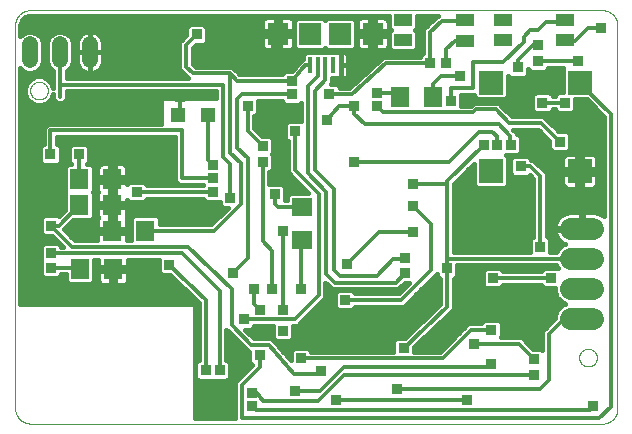
<source format=gbl>
G75*
%MOIN*%
%OFA0B0*%
%FSLAX25Y25*%
%IPPOS*%
%LPD*%
%AMOC8*
5,1,8,0,0,1.08239X$1,22.5*
%
%ADD10C,0.00000*%
%ADD11R,0.06299X0.07087*%
%ADD12R,0.01378X0.05512*%
%ADD13R,0.07087X0.07480*%
%ADD14R,0.07480X0.07480*%
%ADD15R,0.05000X0.05000*%
%ADD16R,0.08000X0.08000*%
%ADD17C,0.05200*%
%ADD18R,0.06000X0.04000*%
%ADD19R,0.07087X0.06299*%
%ADD20C,0.07400*%
%ADD21C,0.01600*%
%ADD22C,0.00800*%
%ADD23C,0.01200*%
%ADD24R,0.03562X0.03562*%
D10*
X0012311Y0006800D02*
X0202587Y0006800D01*
X0202727Y0006802D01*
X0202867Y0006808D01*
X0203007Y0006818D01*
X0203147Y0006831D01*
X0203286Y0006849D01*
X0203425Y0006871D01*
X0203562Y0006896D01*
X0203700Y0006925D01*
X0203836Y0006958D01*
X0203971Y0006995D01*
X0204105Y0007036D01*
X0204238Y0007081D01*
X0204370Y0007129D01*
X0204500Y0007181D01*
X0204629Y0007236D01*
X0204756Y0007295D01*
X0204882Y0007358D01*
X0205006Y0007424D01*
X0205127Y0007493D01*
X0205247Y0007566D01*
X0205365Y0007643D01*
X0205480Y0007722D01*
X0205594Y0007805D01*
X0205704Y0007891D01*
X0205813Y0007980D01*
X0205919Y0008072D01*
X0206022Y0008167D01*
X0206123Y0008264D01*
X0206220Y0008365D01*
X0206315Y0008468D01*
X0206407Y0008574D01*
X0206496Y0008683D01*
X0206582Y0008793D01*
X0206665Y0008907D01*
X0206744Y0009022D01*
X0206821Y0009140D01*
X0206894Y0009260D01*
X0206963Y0009381D01*
X0207029Y0009505D01*
X0207092Y0009631D01*
X0207151Y0009758D01*
X0207206Y0009887D01*
X0207258Y0010017D01*
X0207306Y0010149D01*
X0207351Y0010282D01*
X0207392Y0010416D01*
X0207429Y0010551D01*
X0207462Y0010687D01*
X0207491Y0010825D01*
X0207516Y0010962D01*
X0207538Y0011101D01*
X0207556Y0011240D01*
X0207569Y0011380D01*
X0207579Y0011520D01*
X0207585Y0011660D01*
X0207587Y0011800D01*
X0207587Y0139595D01*
X0207585Y0139735D01*
X0207579Y0139875D01*
X0207569Y0140015D01*
X0207556Y0140155D01*
X0207538Y0140294D01*
X0207516Y0140433D01*
X0207491Y0140570D01*
X0207462Y0140708D01*
X0207429Y0140844D01*
X0207392Y0140979D01*
X0207351Y0141113D01*
X0207306Y0141246D01*
X0207258Y0141378D01*
X0207206Y0141508D01*
X0207151Y0141637D01*
X0207092Y0141764D01*
X0207029Y0141890D01*
X0206963Y0142014D01*
X0206894Y0142135D01*
X0206821Y0142255D01*
X0206744Y0142373D01*
X0206665Y0142488D01*
X0206582Y0142602D01*
X0206496Y0142712D01*
X0206407Y0142821D01*
X0206315Y0142927D01*
X0206220Y0143030D01*
X0206123Y0143131D01*
X0206022Y0143228D01*
X0205919Y0143323D01*
X0205813Y0143415D01*
X0205704Y0143504D01*
X0205594Y0143590D01*
X0205480Y0143673D01*
X0205365Y0143752D01*
X0205247Y0143829D01*
X0205127Y0143902D01*
X0205006Y0143971D01*
X0204882Y0144037D01*
X0204756Y0144100D01*
X0204629Y0144159D01*
X0204500Y0144214D01*
X0204370Y0144266D01*
X0204238Y0144314D01*
X0204105Y0144359D01*
X0203971Y0144400D01*
X0203836Y0144437D01*
X0203700Y0144470D01*
X0203562Y0144499D01*
X0203425Y0144524D01*
X0203286Y0144546D01*
X0203147Y0144564D01*
X0203007Y0144577D01*
X0202867Y0144587D01*
X0202727Y0144593D01*
X0202587Y0144595D01*
X0011819Y0144595D01*
X0011678Y0144593D01*
X0011538Y0144588D01*
X0011397Y0144578D01*
X0011257Y0144564D01*
X0011117Y0144547D01*
X0010978Y0144526D01*
X0010839Y0144500D01*
X0010702Y0144471D01*
X0010565Y0144438D01*
X0010429Y0144401D01*
X0010294Y0144360D01*
X0010160Y0144316D01*
X0010028Y0144268D01*
X0009897Y0144216D01*
X0009768Y0144160D01*
X0009640Y0144101D01*
X0009514Y0144038D01*
X0009389Y0143972D01*
X0009267Y0143902D01*
X0009147Y0143829D01*
X0009029Y0143752D01*
X0008913Y0143673D01*
X0008799Y0143590D01*
X0008687Y0143503D01*
X0008578Y0143414D01*
X0008472Y0143322D01*
X0008368Y0143226D01*
X0008267Y0143128D01*
X0008169Y0143027D01*
X0008074Y0142924D01*
X0007982Y0142817D01*
X0007892Y0142708D01*
X0007806Y0142597D01*
X0007723Y0142483D01*
X0007643Y0142367D01*
X0007567Y0142249D01*
X0007493Y0142129D01*
X0007424Y0142006D01*
X0007357Y0141882D01*
X0007294Y0141756D01*
X0007235Y0141628D01*
X0007180Y0141499D01*
X0007128Y0141368D01*
X0007079Y0141236D01*
X0007035Y0141102D01*
X0006994Y0140967D01*
X0006957Y0140831D01*
X0006924Y0140694D01*
X0006895Y0140557D01*
X0006870Y0140418D01*
X0006848Y0140279D01*
X0006831Y0140139D01*
X0006817Y0139999D01*
X0006807Y0139858D01*
X0006802Y0139718D01*
X0006800Y0139577D01*
X0006800Y0011780D01*
X0006810Y0011636D01*
X0006823Y0011492D01*
X0006841Y0011348D01*
X0006862Y0011205D01*
X0006888Y0011063D01*
X0006917Y0010921D01*
X0006950Y0010780D01*
X0006987Y0010641D01*
X0007028Y0010502D01*
X0007073Y0010364D01*
X0007121Y0010228D01*
X0007173Y0010093D01*
X0007229Y0009959D01*
X0007289Y0009828D01*
X0007352Y0009697D01*
X0007418Y0009569D01*
X0007488Y0009442D01*
X0007562Y0009318D01*
X0007639Y0009195D01*
X0007719Y0009075D01*
X0007803Y0008957D01*
X0007890Y0008841D01*
X0007980Y0008728D01*
X0008073Y0008617D01*
X0008169Y0008509D01*
X0008268Y0008404D01*
X0008370Y0008301D01*
X0008474Y0008201D01*
X0008581Y0008104D01*
X0008691Y0008010D01*
X0008804Y0007919D01*
X0008919Y0007831D01*
X0009036Y0007747D01*
X0009156Y0007665D01*
X0009278Y0007587D01*
X0009402Y0007512D01*
X0009527Y0007441D01*
X0009655Y0007373D01*
X0009785Y0007309D01*
X0009916Y0007249D01*
X0010049Y0007192D01*
X0010184Y0007138D01*
X0010320Y0007089D01*
X0010457Y0007043D01*
X0010595Y0007001D01*
X0010735Y0006963D01*
X0010875Y0006928D01*
X0011017Y0006898D01*
X0011159Y0006871D01*
X0011302Y0006848D01*
X0011445Y0006830D01*
X0011589Y0006815D01*
X0011733Y0006804D01*
X0011878Y0006797D01*
X0012022Y0006794D01*
X0012167Y0006795D01*
X0012312Y0006800D01*
X0194847Y0028800D02*
X0194849Y0028908D01*
X0194855Y0029017D01*
X0194865Y0029125D01*
X0194879Y0029232D01*
X0194897Y0029339D01*
X0194918Y0029446D01*
X0194944Y0029551D01*
X0194974Y0029656D01*
X0195007Y0029759D01*
X0195044Y0029861D01*
X0195085Y0029961D01*
X0195129Y0030060D01*
X0195178Y0030158D01*
X0195229Y0030253D01*
X0195284Y0030346D01*
X0195343Y0030438D01*
X0195405Y0030527D01*
X0195470Y0030614D01*
X0195538Y0030698D01*
X0195609Y0030780D01*
X0195683Y0030859D01*
X0195760Y0030935D01*
X0195840Y0031009D01*
X0195923Y0031079D01*
X0196008Y0031147D01*
X0196095Y0031211D01*
X0196185Y0031272D01*
X0196277Y0031330D01*
X0196371Y0031384D01*
X0196467Y0031435D01*
X0196564Y0031482D01*
X0196664Y0031526D01*
X0196765Y0031566D01*
X0196867Y0031602D01*
X0196970Y0031634D01*
X0197075Y0031663D01*
X0197181Y0031687D01*
X0197287Y0031708D01*
X0197394Y0031725D01*
X0197502Y0031738D01*
X0197610Y0031747D01*
X0197719Y0031752D01*
X0197827Y0031753D01*
X0197936Y0031750D01*
X0198044Y0031743D01*
X0198152Y0031732D01*
X0198259Y0031717D01*
X0198366Y0031698D01*
X0198472Y0031675D01*
X0198577Y0031649D01*
X0198682Y0031618D01*
X0198784Y0031584D01*
X0198886Y0031546D01*
X0198986Y0031504D01*
X0199085Y0031459D01*
X0199182Y0031410D01*
X0199276Y0031357D01*
X0199369Y0031301D01*
X0199460Y0031242D01*
X0199549Y0031179D01*
X0199635Y0031114D01*
X0199719Y0031045D01*
X0199800Y0030973D01*
X0199878Y0030898D01*
X0199954Y0030820D01*
X0200027Y0030739D01*
X0200097Y0030656D01*
X0200163Y0030571D01*
X0200227Y0030483D01*
X0200287Y0030392D01*
X0200344Y0030300D01*
X0200397Y0030205D01*
X0200447Y0030109D01*
X0200493Y0030011D01*
X0200536Y0029911D01*
X0200575Y0029810D01*
X0200610Y0029707D01*
X0200642Y0029604D01*
X0200669Y0029499D01*
X0200693Y0029393D01*
X0200713Y0029286D01*
X0200729Y0029179D01*
X0200741Y0029071D01*
X0200749Y0028963D01*
X0200753Y0028854D01*
X0200753Y0028746D01*
X0200749Y0028637D01*
X0200741Y0028529D01*
X0200729Y0028421D01*
X0200713Y0028314D01*
X0200693Y0028207D01*
X0200669Y0028101D01*
X0200642Y0027996D01*
X0200610Y0027893D01*
X0200575Y0027790D01*
X0200536Y0027689D01*
X0200493Y0027589D01*
X0200447Y0027491D01*
X0200397Y0027395D01*
X0200344Y0027300D01*
X0200287Y0027208D01*
X0200227Y0027117D01*
X0200163Y0027029D01*
X0200097Y0026944D01*
X0200027Y0026861D01*
X0199954Y0026780D01*
X0199878Y0026702D01*
X0199800Y0026627D01*
X0199719Y0026555D01*
X0199635Y0026486D01*
X0199549Y0026421D01*
X0199460Y0026358D01*
X0199369Y0026299D01*
X0199277Y0026243D01*
X0199182Y0026190D01*
X0199085Y0026141D01*
X0198986Y0026096D01*
X0198886Y0026054D01*
X0198784Y0026016D01*
X0198682Y0025982D01*
X0198577Y0025951D01*
X0198472Y0025925D01*
X0198366Y0025902D01*
X0198259Y0025883D01*
X0198152Y0025868D01*
X0198044Y0025857D01*
X0197936Y0025850D01*
X0197827Y0025847D01*
X0197719Y0025848D01*
X0197610Y0025853D01*
X0197502Y0025862D01*
X0197394Y0025875D01*
X0197287Y0025892D01*
X0197181Y0025913D01*
X0197075Y0025937D01*
X0196970Y0025966D01*
X0196867Y0025998D01*
X0196765Y0026034D01*
X0196664Y0026074D01*
X0196564Y0026118D01*
X0196467Y0026165D01*
X0196371Y0026216D01*
X0196277Y0026270D01*
X0196185Y0026328D01*
X0196095Y0026389D01*
X0196008Y0026453D01*
X0195923Y0026521D01*
X0195840Y0026591D01*
X0195760Y0026665D01*
X0195683Y0026741D01*
X0195609Y0026820D01*
X0195538Y0026902D01*
X0195470Y0026986D01*
X0195405Y0027073D01*
X0195343Y0027162D01*
X0195284Y0027254D01*
X0195229Y0027347D01*
X0195178Y0027442D01*
X0195129Y0027540D01*
X0195085Y0027639D01*
X0195044Y0027739D01*
X0195007Y0027841D01*
X0194974Y0027944D01*
X0194944Y0028049D01*
X0194918Y0028154D01*
X0194897Y0028261D01*
X0194879Y0028368D01*
X0194865Y0028475D01*
X0194855Y0028583D01*
X0194849Y0028692D01*
X0194847Y0028800D01*
X0011847Y0117800D02*
X0011849Y0117908D01*
X0011855Y0118017D01*
X0011865Y0118125D01*
X0011879Y0118232D01*
X0011897Y0118339D01*
X0011918Y0118446D01*
X0011944Y0118551D01*
X0011974Y0118656D01*
X0012007Y0118759D01*
X0012044Y0118861D01*
X0012085Y0118961D01*
X0012129Y0119060D01*
X0012178Y0119158D01*
X0012229Y0119253D01*
X0012284Y0119346D01*
X0012343Y0119438D01*
X0012405Y0119527D01*
X0012470Y0119614D01*
X0012538Y0119698D01*
X0012609Y0119780D01*
X0012683Y0119859D01*
X0012760Y0119935D01*
X0012840Y0120009D01*
X0012923Y0120079D01*
X0013008Y0120147D01*
X0013095Y0120211D01*
X0013185Y0120272D01*
X0013277Y0120330D01*
X0013371Y0120384D01*
X0013467Y0120435D01*
X0013564Y0120482D01*
X0013664Y0120526D01*
X0013765Y0120566D01*
X0013867Y0120602D01*
X0013970Y0120634D01*
X0014075Y0120663D01*
X0014181Y0120687D01*
X0014287Y0120708D01*
X0014394Y0120725D01*
X0014502Y0120738D01*
X0014610Y0120747D01*
X0014719Y0120752D01*
X0014827Y0120753D01*
X0014936Y0120750D01*
X0015044Y0120743D01*
X0015152Y0120732D01*
X0015259Y0120717D01*
X0015366Y0120698D01*
X0015472Y0120675D01*
X0015577Y0120649D01*
X0015682Y0120618D01*
X0015784Y0120584D01*
X0015886Y0120546D01*
X0015986Y0120504D01*
X0016085Y0120459D01*
X0016182Y0120410D01*
X0016276Y0120357D01*
X0016369Y0120301D01*
X0016460Y0120242D01*
X0016549Y0120179D01*
X0016635Y0120114D01*
X0016719Y0120045D01*
X0016800Y0119973D01*
X0016878Y0119898D01*
X0016954Y0119820D01*
X0017027Y0119739D01*
X0017097Y0119656D01*
X0017163Y0119571D01*
X0017227Y0119483D01*
X0017287Y0119392D01*
X0017344Y0119300D01*
X0017397Y0119205D01*
X0017447Y0119109D01*
X0017493Y0119011D01*
X0017536Y0118911D01*
X0017575Y0118810D01*
X0017610Y0118707D01*
X0017642Y0118604D01*
X0017669Y0118499D01*
X0017693Y0118393D01*
X0017713Y0118286D01*
X0017729Y0118179D01*
X0017741Y0118071D01*
X0017749Y0117963D01*
X0017753Y0117854D01*
X0017753Y0117746D01*
X0017749Y0117637D01*
X0017741Y0117529D01*
X0017729Y0117421D01*
X0017713Y0117314D01*
X0017693Y0117207D01*
X0017669Y0117101D01*
X0017642Y0116996D01*
X0017610Y0116893D01*
X0017575Y0116790D01*
X0017536Y0116689D01*
X0017493Y0116589D01*
X0017447Y0116491D01*
X0017397Y0116395D01*
X0017344Y0116300D01*
X0017287Y0116208D01*
X0017227Y0116117D01*
X0017163Y0116029D01*
X0017097Y0115944D01*
X0017027Y0115861D01*
X0016954Y0115780D01*
X0016878Y0115702D01*
X0016800Y0115627D01*
X0016719Y0115555D01*
X0016635Y0115486D01*
X0016549Y0115421D01*
X0016460Y0115358D01*
X0016369Y0115299D01*
X0016277Y0115243D01*
X0016182Y0115190D01*
X0016085Y0115141D01*
X0015986Y0115096D01*
X0015886Y0115054D01*
X0015784Y0115016D01*
X0015682Y0114982D01*
X0015577Y0114951D01*
X0015472Y0114925D01*
X0015366Y0114902D01*
X0015259Y0114883D01*
X0015152Y0114868D01*
X0015044Y0114857D01*
X0014936Y0114850D01*
X0014827Y0114847D01*
X0014719Y0114848D01*
X0014610Y0114853D01*
X0014502Y0114862D01*
X0014394Y0114875D01*
X0014287Y0114892D01*
X0014181Y0114913D01*
X0014075Y0114937D01*
X0013970Y0114966D01*
X0013867Y0114998D01*
X0013765Y0115034D01*
X0013664Y0115074D01*
X0013564Y0115118D01*
X0013467Y0115165D01*
X0013371Y0115216D01*
X0013277Y0115270D01*
X0013185Y0115328D01*
X0013095Y0115389D01*
X0013008Y0115453D01*
X0012923Y0115521D01*
X0012840Y0115591D01*
X0012760Y0115665D01*
X0012683Y0115741D01*
X0012609Y0115820D01*
X0012538Y0115902D01*
X0012470Y0115986D01*
X0012405Y0116073D01*
X0012343Y0116162D01*
X0012284Y0116254D01*
X0012229Y0116347D01*
X0012178Y0116442D01*
X0012129Y0116540D01*
X0012085Y0116639D01*
X0012044Y0116739D01*
X0012007Y0116841D01*
X0011974Y0116944D01*
X0011944Y0117049D01*
X0011918Y0117154D01*
X0011897Y0117261D01*
X0011879Y0117368D01*
X0011865Y0117475D01*
X0011855Y0117583D01*
X0011849Y0117692D01*
X0011847Y0117800D01*
D11*
X0028188Y0088257D03*
X0039212Y0088257D03*
X0039212Y0079698D03*
X0039188Y0071055D03*
X0050212Y0071055D03*
X0039462Y0058350D03*
X0028438Y0058350D03*
X0028188Y0079698D03*
X0135038Y0115800D03*
X0146062Y0115800D03*
D12*
X0115343Y0126288D03*
X0112784Y0126288D03*
X0110225Y0126288D03*
X0107666Y0126288D03*
X0105107Y0126288D03*
D13*
X0094477Y0136721D03*
X0125973Y0136721D03*
D14*
X0115225Y0136721D03*
X0105225Y0136721D03*
D15*
X0071272Y0109571D03*
X0061272Y0109571D03*
D16*
X0165535Y0120500D03*
X0195063Y0120500D03*
X0195063Y0090972D03*
X0165535Y0090972D03*
D17*
X0031757Y0128011D02*
X0031757Y0133211D01*
X0021757Y0133211D02*
X0021757Y0128011D01*
X0011757Y0128011D02*
X0011757Y0133211D01*
D18*
X0136138Y0134590D03*
X0136138Y0141190D03*
X0156938Y0141190D03*
X0156938Y0134490D03*
X0169302Y0134840D03*
X0169302Y0141440D03*
X0190102Y0141440D03*
X0190102Y0134740D03*
D19*
X0102515Y0079013D03*
X0102515Y0067989D03*
D20*
X0192100Y0071800D02*
X0199500Y0071800D01*
X0199500Y0061800D02*
X0192100Y0061800D01*
X0192100Y0051800D02*
X0199500Y0051800D01*
X0199500Y0041800D02*
X0192100Y0041800D01*
D21*
X0186773Y0041922D02*
X0183878Y0039027D01*
X0182573Y0037722D01*
X0182573Y0031390D01*
X0182255Y0031708D01*
X0179541Y0031708D01*
X0175722Y0035527D01*
X0168890Y0035527D01*
X0168958Y0035595D01*
X0168958Y0040505D01*
X0168005Y0041458D01*
X0163095Y0041458D01*
X0162142Y0040505D01*
X0162142Y0040277D01*
X0157878Y0040277D01*
X0148378Y0030777D01*
X0139708Y0030777D01*
X0139708Y0032213D01*
X0151688Y0043573D01*
X0151722Y0043573D01*
X0152354Y0044204D01*
X0153002Y0044819D01*
X0153002Y0044853D01*
X0153027Y0044878D01*
X0153027Y0045770D01*
X0153050Y0046663D01*
X0153027Y0046688D01*
X0153027Y0055142D01*
X0153255Y0055142D01*
X0154208Y0056095D01*
X0154208Y0059573D01*
X0187257Y0059573D01*
X0187584Y0058783D01*
X0187659Y0058708D01*
X0183095Y0058708D01*
X0182142Y0057755D01*
X0182142Y0057527D01*
X0169458Y0057527D01*
X0169458Y0057755D01*
X0168505Y0058708D01*
X0163595Y0058708D01*
X0162642Y0057755D01*
X0162642Y0052845D01*
X0163595Y0051892D01*
X0168505Y0051892D01*
X0169458Y0052845D01*
X0169458Y0053073D01*
X0182142Y0053073D01*
X0182142Y0052845D01*
X0183095Y0051892D01*
X0186773Y0051892D01*
X0186773Y0050740D01*
X0187584Y0048783D01*
X0189083Y0047284D01*
X0190252Y0046800D01*
X0189083Y0046316D01*
X0187584Y0044817D01*
X0186773Y0042860D01*
X0186773Y0041922D01*
X0186773Y0041967D02*
X0149994Y0041967D01*
X0148309Y0040369D02*
X0162142Y0040369D01*
X0168958Y0040369D02*
X0185220Y0040369D01*
X0183621Y0038770D02*
X0168958Y0038770D01*
X0168958Y0037172D02*
X0182573Y0037172D01*
X0182573Y0035573D02*
X0168936Y0035573D01*
X0177274Y0033975D02*
X0182573Y0033975D01*
X0182573Y0032376D02*
X0178873Y0032376D01*
X0187066Y0043566D02*
X0151680Y0043566D01*
X0153027Y0045164D02*
X0187931Y0045164D01*
X0190162Y0046763D02*
X0153027Y0046763D01*
X0153027Y0048361D02*
X0188005Y0048361D01*
X0187097Y0049960D02*
X0153027Y0049960D01*
X0153027Y0051558D02*
X0186773Y0051558D01*
X0182340Y0057952D02*
X0169260Y0057952D01*
X0162840Y0057952D02*
X0154208Y0057952D01*
X0154208Y0056354D02*
X0162642Y0056354D01*
X0162642Y0054755D02*
X0153027Y0054755D01*
X0153027Y0053157D02*
X0162642Y0053157D01*
X0154208Y0059551D02*
X0187266Y0059551D01*
X0187257Y0064027D02*
X0185208Y0064027D01*
X0185208Y0068255D01*
X0184255Y0069208D01*
X0184027Y0069208D01*
X0184027Y0090222D01*
X0182722Y0091527D01*
X0179472Y0094777D01*
X0178708Y0094777D01*
X0178708Y0095005D01*
X0177755Y0095958D01*
X0172845Y0095958D01*
X0171892Y0095005D01*
X0171892Y0090095D01*
X0172845Y0089142D01*
X0177755Y0089142D01*
X0178282Y0089669D01*
X0179573Y0088378D01*
X0179573Y0069208D01*
X0179345Y0069208D01*
X0178392Y0068255D01*
X0178392Y0064027D01*
X0153027Y0064027D01*
X0153027Y0086628D01*
X0159909Y0093510D01*
X0159909Y0086299D01*
X0160862Y0085346D01*
X0170209Y0085346D01*
X0171162Y0086299D01*
X0171162Y0095646D01*
X0170416Y0096392D01*
X0174505Y0096392D01*
X0175458Y0097345D01*
X0175458Y0102255D01*
X0174505Y0103208D01*
X0174027Y0103208D01*
X0174027Y0103722D01*
X0173951Y0103798D01*
X0173942Y0103904D01*
X0173309Y0104440D01*
X0172926Y0104823D01*
X0181128Y0104823D01*
X0184892Y0101059D01*
X0184892Y0098345D01*
X0185845Y0097392D01*
X0190755Y0097392D01*
X0191708Y0098345D01*
X0191708Y0103255D01*
X0190755Y0104208D01*
X0188041Y0104208D01*
X0184277Y0107972D01*
X0182972Y0109277D01*
X0172472Y0109277D01*
X0169277Y0112472D01*
X0167972Y0113777D01*
X0159628Y0113777D01*
X0158628Y0112777D01*
X0155458Y0112777D01*
X0155458Y0116323D01*
X0159909Y0116323D01*
X0159909Y0115826D01*
X0160862Y0114873D01*
X0170209Y0114873D01*
X0171162Y0115826D01*
X0171162Y0122825D01*
X0171845Y0122142D01*
X0176755Y0122142D01*
X0177708Y0123095D01*
X0177708Y0125029D01*
X0178595Y0124142D01*
X0183505Y0124142D01*
X0184458Y0125095D01*
X0184458Y0125323D01*
X0189586Y0125323D01*
X0189436Y0125174D01*
X0189436Y0117208D01*
X0187595Y0117208D01*
X0186642Y0116255D01*
X0186642Y0116027D01*
X0185958Y0116027D01*
X0185958Y0116255D01*
X0185005Y0117208D01*
X0180095Y0117208D01*
X0179142Y0116255D01*
X0179142Y0111345D01*
X0180095Y0110392D01*
X0185005Y0110392D01*
X0185958Y0111345D01*
X0185958Y0111573D01*
X0186642Y0111573D01*
X0186642Y0111345D01*
X0187595Y0110392D01*
X0192505Y0110392D01*
X0193458Y0111345D01*
X0193458Y0114873D01*
X0197341Y0114873D01*
X0203073Y0109141D01*
X0203073Y0076002D01*
X0202383Y0076504D01*
X0201611Y0076897D01*
X0200788Y0077165D01*
X0199933Y0077300D01*
X0196100Y0077300D01*
X0196100Y0072100D01*
X0195500Y0072100D01*
X0195500Y0077300D01*
X0191667Y0077300D01*
X0190812Y0077165D01*
X0189989Y0076897D01*
X0189217Y0076504D01*
X0188517Y0075995D01*
X0187905Y0075383D01*
X0187396Y0074683D01*
X0187003Y0073911D01*
X0186735Y0073088D01*
X0186600Y0072233D01*
X0186600Y0072100D01*
X0195500Y0072100D01*
X0195500Y0071500D01*
X0186600Y0071500D01*
X0186600Y0071367D01*
X0186735Y0070512D01*
X0187003Y0069689D01*
X0187396Y0068917D01*
X0187905Y0068217D01*
X0188517Y0067605D01*
X0189217Y0067096D01*
X0189989Y0066703D01*
X0190005Y0066698D01*
X0189083Y0066316D01*
X0187584Y0064817D01*
X0187257Y0064027D01*
X0187389Y0064346D02*
X0185208Y0064346D01*
X0185208Y0065945D02*
X0188712Y0065945D01*
X0188602Y0067543D02*
X0185208Y0067543D01*
X0184321Y0069142D02*
X0187282Y0069142D01*
X0186699Y0070740D02*
X0184027Y0070740D01*
X0184027Y0072339D02*
X0186617Y0072339D01*
X0187016Y0073937D02*
X0184027Y0073937D01*
X0184027Y0075536D02*
X0188058Y0075536D01*
X0190720Y0077134D02*
X0184027Y0077134D01*
X0184027Y0078733D02*
X0203073Y0078733D01*
X0203073Y0077134D02*
X0200880Y0077134D01*
X0196100Y0077134D02*
X0195500Y0077134D01*
X0195500Y0075536D02*
X0196100Y0075536D01*
X0196100Y0073937D02*
X0195500Y0073937D01*
X0195500Y0072339D02*
X0196100Y0072339D01*
X0203073Y0080332D02*
X0184027Y0080332D01*
X0184027Y0081930D02*
X0203073Y0081930D01*
X0203073Y0083529D02*
X0184027Y0083529D01*
X0184027Y0085127D02*
X0203073Y0085127D01*
X0203073Y0086726D02*
X0200860Y0086726D01*
X0200863Y0086735D02*
X0200863Y0090172D01*
X0195863Y0090172D01*
X0195863Y0085172D01*
X0199300Y0085172D01*
X0199758Y0085295D01*
X0200168Y0085532D01*
X0200503Y0085867D01*
X0200740Y0086278D01*
X0200863Y0086735D01*
X0200863Y0088324D02*
X0203073Y0088324D01*
X0203073Y0089923D02*
X0200863Y0089923D01*
X0200863Y0091772D02*
X0195863Y0091772D01*
X0195863Y0090172D01*
X0194263Y0090172D01*
X0194263Y0085172D01*
X0190826Y0085172D01*
X0190368Y0085295D01*
X0189958Y0085532D01*
X0189623Y0085867D01*
X0189386Y0086278D01*
X0189263Y0086735D01*
X0189263Y0090172D01*
X0194263Y0090172D01*
X0194263Y0091772D01*
X0189263Y0091772D01*
X0189263Y0095209D01*
X0189386Y0095667D01*
X0189623Y0096078D01*
X0189958Y0096413D01*
X0190368Y0096650D01*
X0190826Y0096772D01*
X0194263Y0096772D01*
X0194263Y0091772D01*
X0195863Y0091772D01*
X0195863Y0096772D01*
X0199300Y0096772D01*
X0199758Y0096650D01*
X0200168Y0096413D01*
X0200503Y0096078D01*
X0200740Y0095667D01*
X0200863Y0095209D01*
X0200863Y0091772D01*
X0200863Y0093120D02*
X0203073Y0093120D01*
X0203073Y0094718D02*
X0200863Y0094718D01*
X0200264Y0096317D02*
X0203073Y0096317D01*
X0203073Y0097915D02*
X0191278Y0097915D01*
X0191708Y0099514D02*
X0203073Y0099514D01*
X0203073Y0101112D02*
X0191708Y0101112D01*
X0191708Y0102711D02*
X0203073Y0102711D01*
X0203073Y0104309D02*
X0187940Y0104309D01*
X0186341Y0105908D02*
X0203073Y0105908D01*
X0203073Y0107506D02*
X0184743Y0107506D01*
X0183144Y0109105D02*
X0203073Y0109105D01*
X0201511Y0110703D02*
X0192816Y0110703D01*
X0193458Y0112302D02*
X0199912Y0112302D01*
X0198314Y0113900D02*
X0193458Y0113900D01*
X0189436Y0118696D02*
X0171162Y0118696D01*
X0171162Y0120294D02*
X0189436Y0120294D01*
X0189436Y0121893D02*
X0171162Y0121893D01*
X0171162Y0117097D02*
X0179984Y0117097D01*
X0179142Y0115499D02*
X0170835Y0115499D01*
X0169447Y0112302D02*
X0179142Y0112302D01*
X0179142Y0113900D02*
X0155458Y0113900D01*
X0155458Y0115499D02*
X0160236Y0115499D01*
X0171046Y0110703D02*
X0179784Y0110703D01*
X0185316Y0110703D02*
X0187284Y0110703D01*
X0187484Y0117097D02*
X0185116Y0117097D01*
X0189436Y0123491D02*
X0177708Y0123491D01*
X0184453Y0125090D02*
X0189436Y0125090D01*
X0181642Y0104309D02*
X0173464Y0104309D01*
X0175002Y0102711D02*
X0183240Y0102711D01*
X0184839Y0101112D02*
X0175458Y0101112D01*
X0175458Y0099514D02*
X0184892Y0099514D01*
X0185322Y0097915D02*
X0175458Y0097915D01*
X0171892Y0094718D02*
X0171162Y0094718D01*
X0171162Y0093120D02*
X0171892Y0093120D01*
X0171892Y0091521D02*
X0171162Y0091521D01*
X0171162Y0089923D02*
X0172065Y0089923D01*
X0171162Y0088324D02*
X0179573Y0088324D01*
X0179573Y0086726D02*
X0171162Y0086726D01*
X0179573Y0085127D02*
X0153027Y0085127D01*
X0153027Y0083529D02*
X0179573Y0083529D01*
X0179573Y0081930D02*
X0153027Y0081930D01*
X0153027Y0080332D02*
X0179573Y0080332D01*
X0179573Y0078733D02*
X0153027Y0078733D01*
X0153027Y0077134D02*
X0179573Y0077134D01*
X0179573Y0075536D02*
X0153027Y0075536D01*
X0153027Y0073937D02*
X0179573Y0073937D01*
X0179573Y0072339D02*
X0153027Y0072339D01*
X0153027Y0070740D02*
X0179573Y0070740D01*
X0179279Y0069142D02*
X0153027Y0069142D01*
X0153027Y0067543D02*
X0178392Y0067543D01*
X0178392Y0065945D02*
X0153027Y0065945D01*
X0153027Y0064346D02*
X0178392Y0064346D01*
X0148573Y0055142D02*
X0148573Y0046757D01*
X0136658Y0035458D01*
X0133845Y0035458D01*
X0132892Y0034505D01*
X0132892Y0030777D01*
X0105458Y0030777D01*
X0105458Y0031005D01*
X0104505Y0031958D01*
X0099595Y0031958D01*
X0098642Y0031005D01*
X0098642Y0028017D01*
X0093527Y0033884D01*
X0093527Y0033972D01*
X0092928Y0034571D01*
X0092372Y0035209D01*
X0092285Y0035215D01*
X0092222Y0035277D01*
X0091376Y0035277D01*
X0090532Y0035335D01*
X0090466Y0035277D01*
X0086472Y0035277D01*
X0083607Y0038142D01*
X0085505Y0038142D01*
X0086458Y0039095D01*
X0086458Y0039323D01*
X0092642Y0039323D01*
X0092642Y0035345D01*
X0093595Y0034392D01*
X0098505Y0034392D01*
X0099458Y0035345D01*
X0099458Y0039323D01*
X0100972Y0039323D01*
X0102277Y0040628D01*
X0110277Y0048628D01*
X0110277Y0053674D01*
X0111073Y0052878D01*
X0112378Y0051573D01*
X0134583Y0051573D01*
X0136685Y0053676D01*
X0138026Y0053676D01*
X0134628Y0050277D01*
X0120208Y0050277D01*
X0120208Y0050505D01*
X0119255Y0051458D01*
X0114345Y0051458D01*
X0113392Y0050505D01*
X0113392Y0045595D01*
X0114345Y0044642D01*
X0119255Y0044642D01*
X0120208Y0045595D01*
X0120208Y0045823D01*
X0136472Y0045823D01*
X0137777Y0047128D01*
X0146472Y0055823D01*
X0146472Y0055823D01*
X0147392Y0056743D01*
X0147392Y0056095D01*
X0148345Y0055142D01*
X0148573Y0055142D01*
X0148573Y0054755D02*
X0145404Y0054755D01*
X0143806Y0053157D02*
X0148573Y0053157D01*
X0148573Y0051558D02*
X0142207Y0051558D01*
X0140609Y0049960D02*
X0148573Y0049960D01*
X0148573Y0048361D02*
X0139010Y0048361D01*
X0137777Y0047128D02*
X0137777Y0047128D01*
X0137412Y0046763D02*
X0148573Y0046763D01*
X0146893Y0045164D02*
X0119777Y0045164D01*
X0113823Y0045164D02*
X0106813Y0045164D01*
X0105215Y0043566D02*
X0145208Y0043566D01*
X0143522Y0041967D02*
X0103616Y0041967D01*
X0102018Y0040369D02*
X0141836Y0040369D01*
X0140151Y0038770D02*
X0099458Y0038770D01*
X0099458Y0037172D02*
X0138465Y0037172D01*
X0136779Y0035573D02*
X0099458Y0035573D01*
X0094842Y0032376D02*
X0132892Y0032376D01*
X0132892Y0030778D02*
X0105458Y0030778D01*
X0098642Y0030778D02*
X0096235Y0030778D01*
X0097629Y0029179D02*
X0098642Y0029179D01*
X0093524Y0033975D02*
X0132892Y0033975D01*
X0139880Y0032376D02*
X0149977Y0032376D01*
X0148379Y0030778D02*
X0139708Y0030778D01*
X0141566Y0033975D02*
X0151576Y0033975D01*
X0153174Y0035573D02*
X0143252Y0035573D01*
X0144937Y0037172D02*
X0154773Y0037172D01*
X0156371Y0038770D02*
X0146623Y0038770D01*
X0135909Y0051558D02*
X0110277Y0051558D01*
X0110277Y0049960D02*
X0113392Y0049960D01*
X0113392Y0048361D02*
X0110010Y0048361D01*
X0108412Y0046763D02*
X0113392Y0046763D01*
X0110794Y0053157D02*
X0110277Y0053157D01*
X0092642Y0038770D02*
X0086133Y0038770D01*
X0084577Y0037172D02*
X0092642Y0037172D01*
X0092642Y0035573D02*
X0086176Y0035573D01*
X0083075Y0032376D02*
X0077277Y0032376D01*
X0077277Y0030778D02*
X0084892Y0030778D01*
X0084892Y0030823D02*
X0084892Y0027345D01*
X0085794Y0026443D01*
X0080073Y0020722D01*
X0080073Y0008600D01*
X0066800Y0008600D01*
X0066800Y0046800D01*
X0008600Y0046800D01*
X0008600Y0125190D01*
X0009362Y0124428D01*
X0010916Y0123784D01*
X0012597Y0123784D01*
X0014151Y0124428D01*
X0015340Y0125617D01*
X0015983Y0127170D01*
X0015983Y0134052D01*
X0015340Y0135605D01*
X0014151Y0136794D01*
X0012597Y0137438D01*
X0010916Y0137438D01*
X0009362Y0136794D01*
X0008600Y0136032D01*
X0008600Y0138833D01*
X0008601Y0138835D01*
X0008600Y0139580D01*
X0008661Y0140208D01*
X0009140Y0141368D01*
X0010028Y0142255D01*
X0011188Y0142735D01*
X0011816Y0142795D01*
X0012561Y0142794D01*
X0012563Y0142795D01*
X0131511Y0142795D01*
X0131511Y0138516D01*
X0132138Y0137890D01*
X0131511Y0137264D01*
X0131511Y0131916D01*
X0132464Y0130963D01*
X0139812Y0130963D01*
X0140765Y0131916D01*
X0140765Y0137264D01*
X0140139Y0137890D01*
X0140765Y0138516D01*
X0140765Y0142795D01*
X0147646Y0142795D01*
X0147501Y0142650D01*
X0144169Y0139527D01*
X0144128Y0139527D01*
X0143501Y0138900D01*
X0142854Y0138294D01*
X0142853Y0138252D01*
X0142823Y0138222D01*
X0142823Y0137336D01*
X0142795Y0136450D01*
X0142823Y0136419D01*
X0142823Y0130458D01*
X0142595Y0130458D01*
X0141642Y0129505D01*
X0141642Y0129127D01*
X0130451Y0129127D01*
X0129581Y0129167D01*
X0129537Y0129127D01*
X0129478Y0129127D01*
X0128862Y0128511D01*
X0118187Y0118777D01*
X0114958Y0118777D01*
X0114958Y0119005D01*
X0114005Y0119958D01*
X0112107Y0119958D01*
X0112452Y0120303D01*
X0112452Y0121906D01*
X0113872Y0121906D01*
X0113960Y0121855D01*
X0114417Y0121732D01*
X0115343Y0121732D01*
X0115343Y0126288D01*
X0115343Y0126288D01*
X0115343Y0121732D01*
X0116269Y0121732D01*
X0116727Y0121855D01*
X0117137Y0122092D01*
X0117473Y0122427D01*
X0117710Y0122837D01*
X0117832Y0123295D01*
X0117832Y0126288D01*
X0115343Y0126288D01*
X0115343Y0130844D01*
X0114417Y0130844D01*
X0113960Y0130721D01*
X0113872Y0130671D01*
X0103744Y0130671D01*
X0102791Y0129718D01*
X0102791Y0128533D01*
X0102702Y0128534D01*
X0102631Y0128463D01*
X0102530Y0128456D01*
X0101983Y0127826D01*
X0101388Y0127240D01*
X0101387Y0127139D01*
X0099059Y0124458D01*
X0096595Y0124458D01*
X0095642Y0123505D01*
X0095642Y0123277D01*
X0081722Y0123277D01*
X0079222Y0125777D01*
X0066972Y0125777D01*
X0066027Y0126722D01*
X0066027Y0132128D01*
X0067041Y0133142D01*
X0069755Y0133142D01*
X0070708Y0134095D01*
X0070708Y0139005D01*
X0069755Y0139958D01*
X0064845Y0139958D01*
X0063892Y0139005D01*
X0063892Y0136291D01*
X0061573Y0133972D01*
X0061573Y0124878D01*
X0062878Y0123573D01*
X0063823Y0122628D01*
X0063823Y0122628D01*
X0064424Y0122027D01*
X0023983Y0122027D01*
X0023983Y0124358D01*
X0024151Y0124428D01*
X0025340Y0125617D01*
X0025983Y0127170D01*
X0025983Y0134052D01*
X0025340Y0135605D01*
X0024151Y0136794D01*
X0022597Y0137438D01*
X0020916Y0137438D01*
X0019362Y0136794D01*
X0018173Y0135605D01*
X0017530Y0134052D01*
X0017530Y0127170D01*
X0018173Y0125617D01*
X0019362Y0124428D01*
X0019530Y0124358D01*
X0019530Y0118800D01*
X0018829Y0120492D01*
X0017492Y0121829D01*
X0015745Y0122553D01*
X0013855Y0122553D01*
X0012108Y0121829D01*
X0010771Y0120492D01*
X0010047Y0118745D01*
X0010047Y0116855D01*
X0010771Y0115108D01*
X0012108Y0113771D01*
X0013855Y0113047D01*
X0015745Y0113047D01*
X0017492Y0113771D01*
X0018829Y0115108D01*
X0019530Y0116800D01*
X0019530Y0115856D01*
X0019520Y0114945D01*
X0019530Y0114935D01*
X0019530Y0114921D01*
X0020173Y0114278D01*
X0020810Y0113627D01*
X0020824Y0113627D01*
X0020834Y0113617D01*
X0021744Y0113617D01*
X0022655Y0113607D01*
X0022665Y0113617D01*
X0022679Y0113617D01*
X0023322Y0114260D01*
X0023973Y0114897D01*
X0023973Y0114911D01*
X0023983Y0114921D01*
X0023983Y0115831D01*
X0024003Y0117573D01*
X0073823Y0117573D01*
X0073823Y0115371D01*
X0055941Y0115371D01*
X0055472Y0114902D01*
X0055472Y0106777D01*
X0017628Y0106777D01*
X0016323Y0105472D01*
X0016323Y0099958D01*
X0016095Y0099958D01*
X0015142Y0099005D01*
X0015142Y0094095D01*
X0016095Y0093142D01*
X0021005Y0093142D01*
X0021958Y0094095D01*
X0021958Y0099005D01*
X0021005Y0099958D01*
X0020777Y0099958D01*
X0020777Y0102323D01*
X0060073Y0102323D01*
X0060073Y0087628D01*
X0061378Y0086323D01*
X0069392Y0086323D01*
X0069392Y0086277D01*
X0050708Y0086277D01*
X0050708Y0086505D01*
X0049755Y0087458D01*
X0044845Y0087458D01*
X0044161Y0086774D01*
X0044161Y0087482D01*
X0039987Y0087482D01*
X0039987Y0089031D01*
X0044161Y0089031D01*
X0044161Y0092037D01*
X0044039Y0092495D01*
X0043802Y0092905D01*
X0043467Y0093240D01*
X0043056Y0093477D01*
X0042598Y0093600D01*
X0039987Y0093600D01*
X0039987Y0089032D01*
X0038437Y0089032D01*
X0038437Y0093600D01*
X0035825Y0093600D01*
X0035367Y0093477D01*
X0034957Y0093240D01*
X0034622Y0092905D01*
X0034385Y0092495D01*
X0034262Y0092037D01*
X0034262Y0089031D01*
X0038437Y0089031D01*
X0038437Y0087482D01*
X0034262Y0087482D01*
X0034262Y0084476D01*
X0034385Y0084019D01*
X0034409Y0083977D01*
X0034385Y0083936D01*
X0034262Y0083478D01*
X0034262Y0080472D01*
X0038437Y0080472D01*
X0038437Y0078923D01*
X0034262Y0078923D01*
X0034262Y0075917D01*
X0034385Y0075460D01*
X0034421Y0075397D01*
X0034361Y0075293D01*
X0034239Y0074835D01*
X0034239Y0071830D01*
X0038413Y0071830D01*
X0038413Y0074354D01*
X0038437Y0074354D01*
X0038437Y0078923D01*
X0039987Y0078923D01*
X0039987Y0080472D01*
X0044161Y0080472D01*
X0044161Y0081326D01*
X0044845Y0080642D01*
X0049755Y0080642D01*
X0050708Y0081595D01*
X0050708Y0081823D01*
X0069392Y0081823D01*
X0069392Y0081595D01*
X0070345Y0080642D01*
X0074954Y0080642D01*
X0074954Y0079714D01*
X0075906Y0078761D01*
X0077612Y0078761D01*
X0072132Y0073281D01*
X0054988Y0073281D01*
X0054988Y0075272D01*
X0054035Y0076225D01*
X0046388Y0076225D01*
X0045435Y0075272D01*
X0045435Y0068027D01*
X0044138Y0068027D01*
X0044138Y0070280D01*
X0039963Y0070280D01*
X0039963Y0071830D01*
X0038413Y0071830D01*
X0038413Y0070280D01*
X0034239Y0070280D01*
X0034239Y0068027D01*
X0026722Y0068027D01*
X0023194Y0071555D01*
X0023517Y0071878D01*
X0026167Y0074528D01*
X0032012Y0074528D01*
X0032965Y0075480D01*
X0032965Y0083915D01*
X0032902Y0083977D01*
X0032965Y0084040D01*
X0032965Y0092474D01*
X0032012Y0093427D01*
X0030790Y0093427D01*
X0031458Y0094095D01*
X0031458Y0099005D01*
X0030505Y0099958D01*
X0025595Y0099958D01*
X0024642Y0099005D01*
X0024642Y0094095D01*
X0025310Y0093427D01*
X0024365Y0093427D01*
X0023412Y0092474D01*
X0023412Y0084040D01*
X0023474Y0083977D01*
X0023412Y0083915D01*
X0023412Y0078070D01*
X0021402Y0076061D01*
X0021255Y0076208D01*
X0016345Y0076208D01*
X0015392Y0075255D01*
X0015392Y0070345D01*
X0016345Y0069392D01*
X0019059Y0069392D01*
X0022674Y0065777D01*
X0022208Y0065777D01*
X0022208Y0066005D01*
X0021255Y0066958D01*
X0016345Y0066958D01*
X0015392Y0066005D01*
X0015392Y0056345D01*
X0016345Y0055392D01*
X0021255Y0055392D01*
X0022208Y0056345D01*
X0022208Y0056573D01*
X0023662Y0056573D01*
X0023662Y0054133D01*
X0024615Y0053180D01*
X0032262Y0053180D01*
X0033215Y0054133D01*
X0033215Y0061323D01*
X0034512Y0061323D01*
X0034512Y0059125D01*
X0038687Y0059125D01*
X0038687Y0057575D01*
X0040237Y0057575D01*
X0040237Y0059125D01*
X0044411Y0059125D01*
X0044411Y0061323D01*
X0054642Y0061323D01*
X0054642Y0057345D01*
X0055595Y0056392D01*
X0058386Y0056392D01*
X0068073Y0047100D01*
X0068073Y0027958D01*
X0067845Y0027958D01*
X0066892Y0027005D01*
X0066892Y0022095D01*
X0067845Y0021142D01*
X0077505Y0021142D01*
X0078458Y0022095D01*
X0078458Y0027005D01*
X0077505Y0027958D01*
X0077277Y0027958D01*
X0077277Y0038174D01*
X0078128Y0037323D01*
X0084628Y0030823D01*
X0084892Y0030823D01*
X0084892Y0029179D02*
X0077277Y0029179D01*
X0077882Y0027581D02*
X0084892Y0027581D01*
X0085333Y0025982D02*
X0078458Y0025982D01*
X0078458Y0024384D02*
X0083734Y0024384D01*
X0082136Y0022785D02*
X0078458Y0022785D01*
X0077549Y0021187D02*
X0080537Y0021187D01*
X0080073Y0019588D02*
X0066800Y0019588D01*
X0066800Y0017990D02*
X0080073Y0017990D01*
X0080073Y0016391D02*
X0066800Y0016391D01*
X0066800Y0014793D02*
X0080073Y0014793D01*
X0080073Y0013194D02*
X0066800Y0013194D01*
X0066800Y0011596D02*
X0080073Y0011596D01*
X0080073Y0009997D02*
X0066800Y0009997D01*
X0066800Y0021187D02*
X0067801Y0021187D01*
X0066892Y0022785D02*
X0066800Y0022785D01*
X0066800Y0024384D02*
X0066892Y0024384D01*
X0066892Y0025982D02*
X0066800Y0025982D01*
X0066800Y0027581D02*
X0067468Y0027581D01*
X0068073Y0029179D02*
X0066800Y0029179D01*
X0066800Y0030778D02*
X0068073Y0030778D01*
X0068073Y0032376D02*
X0066800Y0032376D01*
X0066800Y0033975D02*
X0068073Y0033975D01*
X0068073Y0035573D02*
X0066800Y0035573D01*
X0066800Y0037172D02*
X0068073Y0037172D01*
X0068073Y0038770D02*
X0066800Y0038770D01*
X0066800Y0040369D02*
X0068073Y0040369D01*
X0068073Y0041967D02*
X0066800Y0041967D01*
X0066800Y0043566D02*
X0068073Y0043566D01*
X0068073Y0045164D02*
X0066800Y0045164D01*
X0066800Y0046763D02*
X0068073Y0046763D01*
X0066759Y0048361D02*
X0008600Y0048361D01*
X0008600Y0049960D02*
X0065092Y0049960D01*
X0063426Y0051558D02*
X0008600Y0051558D01*
X0008600Y0053157D02*
X0035570Y0053157D01*
X0035617Y0053129D02*
X0036075Y0053007D01*
X0038687Y0053007D01*
X0038687Y0057575D01*
X0034512Y0057575D01*
X0034512Y0054570D01*
X0034635Y0054112D01*
X0034872Y0053701D01*
X0035207Y0053366D01*
X0035617Y0053129D01*
X0034512Y0054755D02*
X0033215Y0054755D01*
X0033215Y0056354D02*
X0034512Y0056354D01*
X0033215Y0057952D02*
X0038687Y0057952D01*
X0040237Y0057952D02*
X0054642Y0057952D01*
X0054642Y0059551D02*
X0044411Y0059551D01*
X0044411Y0061149D02*
X0054642Y0061149D01*
X0058426Y0056354D02*
X0044411Y0056354D01*
X0044411Y0057575D02*
X0044411Y0054570D01*
X0044289Y0054112D01*
X0044052Y0053701D01*
X0043717Y0053366D01*
X0043306Y0053129D01*
X0042848Y0053007D01*
X0040237Y0053007D01*
X0040237Y0057575D01*
X0044411Y0057575D01*
X0044411Y0054755D02*
X0060092Y0054755D01*
X0061759Y0053157D02*
X0043354Y0053157D01*
X0040237Y0053157D02*
X0038687Y0053157D01*
X0038687Y0054755D02*
X0040237Y0054755D01*
X0040237Y0056354D02*
X0038687Y0056354D01*
X0034512Y0059551D02*
X0033215Y0059551D01*
X0033215Y0061149D02*
X0034512Y0061149D01*
X0023662Y0056354D02*
X0022208Y0056354D01*
X0023662Y0054755D02*
X0008600Y0054755D01*
X0008600Y0056354D02*
X0015392Y0056354D01*
X0015392Y0057952D02*
X0008600Y0057952D01*
X0008600Y0059551D02*
X0015392Y0059551D01*
X0015392Y0061149D02*
X0008600Y0061149D01*
X0008600Y0062748D02*
X0015392Y0062748D01*
X0015392Y0064346D02*
X0008600Y0064346D01*
X0008600Y0065945D02*
X0015392Y0065945D01*
X0020907Y0067543D02*
X0008600Y0067543D01*
X0008600Y0069142D02*
X0019309Y0069142D01*
X0015392Y0070740D02*
X0008600Y0070740D01*
X0008600Y0072339D02*
X0015392Y0072339D01*
X0015392Y0073937D02*
X0008600Y0073937D01*
X0008600Y0075536D02*
X0015673Y0075536D01*
X0022476Y0077134D02*
X0008600Y0077134D01*
X0008600Y0078733D02*
X0023412Y0078733D01*
X0023412Y0080332D02*
X0008600Y0080332D01*
X0008600Y0081930D02*
X0023412Y0081930D01*
X0023412Y0083529D02*
X0008600Y0083529D01*
X0008600Y0085127D02*
X0023412Y0085127D01*
X0023412Y0086726D02*
X0008600Y0086726D01*
X0008600Y0088324D02*
X0023412Y0088324D01*
X0023412Y0089923D02*
X0008600Y0089923D01*
X0008600Y0091521D02*
X0023412Y0091521D01*
X0024058Y0093120D02*
X0008600Y0093120D01*
X0008600Y0094718D02*
X0015142Y0094718D01*
X0015142Y0096317D02*
X0008600Y0096317D01*
X0008600Y0097915D02*
X0015142Y0097915D01*
X0015651Y0099514D02*
X0008600Y0099514D01*
X0008600Y0101112D02*
X0016323Y0101112D01*
X0016323Y0102711D02*
X0008600Y0102711D01*
X0008600Y0104309D02*
X0016323Y0104309D01*
X0016759Y0105908D02*
X0008600Y0105908D01*
X0008600Y0107506D02*
X0055472Y0107506D01*
X0055472Y0109105D02*
X0008600Y0109105D01*
X0008600Y0110703D02*
X0055472Y0110703D01*
X0055472Y0112302D02*
X0008600Y0112302D01*
X0008600Y0113900D02*
X0011978Y0113900D01*
X0010609Y0115499D02*
X0008600Y0115499D01*
X0008600Y0117097D02*
X0010047Y0117097D01*
X0010047Y0118696D02*
X0008600Y0118696D01*
X0008600Y0120294D02*
X0010689Y0120294D01*
X0012261Y0121893D02*
X0008600Y0121893D01*
X0008600Y0123491D02*
X0019530Y0123491D01*
X0019530Y0121893D02*
X0017339Y0121893D01*
X0018911Y0120294D02*
X0019530Y0120294D01*
X0023983Y0123491D02*
X0062960Y0123491D01*
X0061573Y0125090D02*
X0035058Y0125090D01*
X0035113Y0125145D02*
X0035520Y0125705D01*
X0035834Y0126322D01*
X0036048Y0126981D01*
X0036157Y0127665D01*
X0036157Y0130611D01*
X0036157Y0133557D01*
X0036048Y0134241D01*
X0035834Y0134900D01*
X0035520Y0135517D01*
X0035113Y0136077D01*
X0034623Y0136567D01*
X0034063Y0136974D01*
X0033446Y0137289D01*
X0032787Y0137503D01*
X0032103Y0137611D01*
X0031757Y0137611D01*
X0031757Y0130611D01*
X0031757Y0130611D01*
X0036157Y0130611D01*
X0031757Y0130611D01*
X0031757Y0123611D01*
X0032103Y0123611D01*
X0032787Y0123719D01*
X0033446Y0123933D01*
X0034063Y0124248D01*
X0034623Y0124655D01*
X0035113Y0125145D01*
X0035953Y0126688D02*
X0061573Y0126688D01*
X0061573Y0128287D02*
X0036157Y0128287D01*
X0036157Y0129885D02*
X0061573Y0129885D01*
X0061573Y0131484D02*
X0036157Y0131484D01*
X0036157Y0133082D02*
X0061573Y0133082D01*
X0062282Y0134681D02*
X0035906Y0134681D01*
X0034911Y0136279D02*
X0063880Y0136279D01*
X0063892Y0137878D02*
X0008600Y0137878D01*
X0008600Y0139476D02*
X0064364Y0139476D01*
X0070236Y0139476D02*
X0089134Y0139476D01*
X0089134Y0140698D02*
X0089134Y0137521D01*
X0093677Y0137521D01*
X0093677Y0135921D01*
X0095277Y0135921D01*
X0095277Y0131181D01*
X0098257Y0131181D01*
X0098715Y0131304D01*
X0099126Y0131541D01*
X0099461Y0131876D01*
X0099698Y0132286D01*
X0099820Y0132744D01*
X0099820Y0135921D01*
X0095277Y0135921D01*
X0095277Y0137521D01*
X0099820Y0137521D01*
X0099820Y0140698D01*
X0099698Y0141156D01*
X0099461Y0141567D01*
X0099126Y0141902D01*
X0098715Y0142139D01*
X0098257Y0142261D01*
X0095277Y0142261D01*
X0095277Y0137521D01*
X0093677Y0137521D01*
X0093677Y0142261D01*
X0090697Y0142261D01*
X0090239Y0142139D01*
X0089829Y0141902D01*
X0089493Y0141567D01*
X0089257Y0141156D01*
X0089134Y0140698D01*
X0089235Y0141075D02*
X0009019Y0141075D01*
X0011040Y0142673D02*
X0131511Y0142673D01*
X0130622Y0141902D02*
X0130211Y0142139D01*
X0129754Y0142261D01*
X0126773Y0142261D01*
X0126773Y0137521D01*
X0131317Y0137521D01*
X0131317Y0140698D01*
X0131194Y0141156D01*
X0130957Y0141567D01*
X0130622Y0141902D01*
X0131216Y0141075D02*
X0131511Y0141075D01*
X0131511Y0139476D02*
X0131317Y0139476D01*
X0131317Y0137878D02*
X0132126Y0137878D01*
X0131511Y0136279D02*
X0126773Y0136279D01*
X0126773Y0135921D02*
X0126773Y0137521D01*
X0125173Y0137521D01*
X0125173Y0135921D01*
X0126773Y0135921D01*
X0126773Y0131181D01*
X0129754Y0131181D01*
X0130211Y0131304D01*
X0130622Y0131541D01*
X0130957Y0131876D01*
X0131194Y0132286D01*
X0131317Y0132744D01*
X0131317Y0135921D01*
X0126773Y0135921D01*
X0126773Y0134681D02*
X0125173Y0134681D01*
X0125173Y0135921D02*
X0125173Y0131181D01*
X0122193Y0131181D01*
X0121735Y0131304D01*
X0121325Y0131541D01*
X0120990Y0131876D01*
X0120753Y0132286D01*
X0120630Y0132744D01*
X0120630Y0135921D01*
X0125173Y0135921D01*
X0125173Y0136279D02*
X0120592Y0136279D01*
X0120630Y0137521D02*
X0125173Y0137521D01*
X0125173Y0142261D01*
X0122193Y0142261D01*
X0121735Y0142139D01*
X0121325Y0141902D01*
X0120990Y0141567D01*
X0120753Y0141156D01*
X0120630Y0140698D01*
X0120630Y0137521D01*
X0120630Y0137878D02*
X0120592Y0137878D01*
X0120592Y0139476D02*
X0120630Y0139476D01*
X0120592Y0141075D02*
X0120731Y0141075D01*
X0120592Y0141135D02*
X0119639Y0142088D01*
X0110811Y0142088D01*
X0110225Y0141502D01*
X0109639Y0142088D01*
X0100811Y0142088D01*
X0099858Y0141135D01*
X0099858Y0132307D01*
X0100811Y0131354D01*
X0109639Y0131354D01*
X0110225Y0131940D01*
X0110811Y0131354D01*
X0119639Y0131354D01*
X0120592Y0132307D01*
X0120592Y0141135D01*
X0125173Y0141075D02*
X0126773Y0141075D01*
X0126773Y0139476D02*
X0125173Y0139476D01*
X0125173Y0137878D02*
X0126773Y0137878D01*
X0131317Y0134681D02*
X0131511Y0134681D01*
X0131511Y0133082D02*
X0131317Y0133082D01*
X0131943Y0131484D02*
X0130523Y0131484D01*
X0126773Y0131484D02*
X0125173Y0131484D01*
X0125173Y0133082D02*
X0126773Y0133082D01*
X0121423Y0131484D02*
X0119769Y0131484D01*
X0120592Y0133082D02*
X0120630Y0133082D01*
X0120592Y0134681D02*
X0120630Y0134681D01*
X0117137Y0130484D02*
X0116727Y0130721D01*
X0116269Y0130844D01*
X0115343Y0130844D01*
X0115343Y0126288D01*
X0115343Y0126288D01*
X0115343Y0126288D01*
X0117832Y0126288D01*
X0117832Y0129281D01*
X0117710Y0129739D01*
X0117473Y0130149D01*
X0117137Y0130484D01*
X0117625Y0129885D02*
X0142023Y0129885D01*
X0142823Y0131484D02*
X0140333Y0131484D01*
X0140765Y0133082D02*
X0142823Y0133082D01*
X0142823Y0134681D02*
X0140765Y0134681D01*
X0140765Y0136279D02*
X0142823Y0136279D01*
X0142823Y0137878D02*
X0140151Y0137878D01*
X0140765Y0139476D02*
X0144077Y0139476D01*
X0145821Y0141075D02*
X0140765Y0141075D01*
X0140765Y0142673D02*
X0147524Y0142673D01*
X0128616Y0128287D02*
X0117832Y0128287D01*
X0117832Y0126688D02*
X0126863Y0126688D01*
X0125110Y0125090D02*
X0117832Y0125090D01*
X0117832Y0123491D02*
X0123357Y0123491D01*
X0121604Y0121893D02*
X0116793Y0121893D01*
X0115343Y0121893D02*
X0115343Y0121893D01*
X0113894Y0121893D02*
X0112452Y0121893D01*
X0112443Y0120294D02*
X0119851Y0120294D01*
X0115343Y0123491D02*
X0115343Y0123491D01*
X0115343Y0125090D02*
X0115343Y0125090D01*
X0115343Y0126688D02*
X0115343Y0126688D01*
X0115343Y0128287D02*
X0115343Y0128287D01*
X0115343Y0129885D02*
X0115343Y0129885D01*
X0110682Y0131484D02*
X0109769Y0131484D01*
X0102959Y0129885D02*
X0066027Y0129885D01*
X0066027Y0128287D02*
X0102383Y0128287D01*
X0100996Y0126688D02*
X0066061Y0126688D01*
X0066027Y0131484D02*
X0089927Y0131484D01*
X0089829Y0131541D02*
X0090239Y0131304D01*
X0090697Y0131181D01*
X0093677Y0131181D01*
X0093677Y0135921D01*
X0089134Y0135921D01*
X0089134Y0132744D01*
X0089257Y0132286D01*
X0089493Y0131876D01*
X0089829Y0131541D01*
X0089134Y0133082D02*
X0066982Y0133082D01*
X0070708Y0134681D02*
X0089134Y0134681D01*
X0093677Y0134681D02*
X0095277Y0134681D01*
X0095277Y0136279D02*
X0099858Y0136279D01*
X0099820Y0134681D02*
X0099858Y0134681D01*
X0099820Y0133082D02*
X0099858Y0133082D01*
X0100682Y0131484D02*
X0099027Y0131484D01*
X0095277Y0131484D02*
X0093677Y0131484D01*
X0093677Y0133082D02*
X0095277Y0133082D01*
X0093677Y0136279D02*
X0070708Y0136279D01*
X0070708Y0137878D02*
X0089134Y0137878D01*
X0093677Y0137878D02*
X0095277Y0137878D01*
X0095277Y0139476D02*
X0093677Y0139476D01*
X0093677Y0141075D02*
X0095277Y0141075D01*
X0099720Y0141075D02*
X0099858Y0141075D01*
X0099820Y0139476D02*
X0099858Y0139476D01*
X0099820Y0137878D02*
X0099858Y0137878D01*
X0099608Y0125090D02*
X0079909Y0125090D01*
X0081508Y0123491D02*
X0095642Y0123491D01*
X0095642Y0114323D02*
X0087708Y0114323D01*
X0087708Y0110345D01*
X0086755Y0109392D01*
X0086527Y0109392D01*
X0086527Y0105222D01*
X0089041Y0102708D01*
X0091755Y0102708D01*
X0092708Y0101755D01*
X0092708Y0096845D01*
X0092538Y0096675D01*
X0092708Y0096505D01*
X0092708Y0091595D01*
X0091755Y0090642D01*
X0091527Y0090642D01*
X0091527Y0086708D01*
X0095755Y0086708D01*
X0096708Y0085755D01*
X0096708Y0081239D01*
X0097345Y0081239D01*
X0097345Y0082836D01*
X0098298Y0083789D01*
X0104412Y0083789D01*
X0097823Y0090378D01*
X0097823Y0100892D01*
X0097595Y0100892D01*
X0096642Y0101845D01*
X0096642Y0106755D01*
X0097595Y0107708D01*
X0102073Y0107708D01*
X0102073Y0113710D01*
X0101505Y0113142D01*
X0096595Y0113142D01*
X0095642Y0114095D01*
X0095642Y0114323D01*
X0095837Y0113900D02*
X0087708Y0113900D01*
X0087708Y0112302D02*
X0102073Y0112302D01*
X0102073Y0110703D02*
X0087708Y0110703D01*
X0086527Y0109105D02*
X0102073Y0109105D01*
X0097393Y0107506D02*
X0086527Y0107506D01*
X0086527Y0105908D02*
X0096642Y0105908D01*
X0096642Y0104309D02*
X0087440Y0104309D01*
X0089038Y0102711D02*
X0096642Y0102711D01*
X0097375Y0101112D02*
X0092708Y0101112D01*
X0092708Y0099514D02*
X0097823Y0099514D01*
X0097823Y0097915D02*
X0092708Y0097915D01*
X0092708Y0096317D02*
X0097823Y0096317D01*
X0097823Y0094718D02*
X0092708Y0094718D01*
X0092708Y0093120D02*
X0097823Y0093120D01*
X0097823Y0091521D02*
X0092634Y0091521D01*
X0091527Y0089923D02*
X0098278Y0089923D01*
X0099877Y0088324D02*
X0091527Y0088324D01*
X0091527Y0086726D02*
X0101475Y0086726D01*
X0103074Y0085127D02*
X0096708Y0085127D01*
X0096708Y0083529D02*
X0098037Y0083529D01*
X0097345Y0081930D02*
X0096708Y0081930D01*
X0077584Y0078733D02*
X0044161Y0078733D01*
X0044161Y0078923D02*
X0039987Y0078923D01*
X0039987Y0076398D01*
X0039963Y0076398D01*
X0039963Y0071830D01*
X0044138Y0071830D01*
X0044138Y0074835D01*
X0044015Y0075293D01*
X0043979Y0075356D01*
X0044039Y0075460D01*
X0044161Y0075917D01*
X0044161Y0078923D01*
X0044161Y0077134D02*
X0075985Y0077134D01*
X0074387Y0075536D02*
X0054724Y0075536D01*
X0054988Y0073937D02*
X0072788Y0073937D01*
X0074954Y0080332D02*
X0039987Y0080332D01*
X0039987Y0080473D02*
X0038437Y0080473D01*
X0038437Y0082913D01*
X0038437Y0087482D01*
X0039987Y0087482D01*
X0039987Y0080473D01*
X0039987Y0081930D02*
X0038437Y0081930D01*
X0038437Y0080332D02*
X0032965Y0080332D01*
X0032965Y0081930D02*
X0034262Y0081930D01*
X0034276Y0083529D02*
X0032965Y0083529D01*
X0032965Y0085127D02*
X0034262Y0085127D01*
X0034262Y0086726D02*
X0032965Y0086726D01*
X0032965Y0088324D02*
X0038437Y0088324D01*
X0039987Y0088324D02*
X0060073Y0088324D01*
X0060073Y0089923D02*
X0044161Y0089923D01*
X0044161Y0091521D02*
X0060073Y0091521D01*
X0060073Y0093120D02*
X0043587Y0093120D01*
X0039987Y0093120D02*
X0038437Y0093120D01*
X0038437Y0091521D02*
X0039987Y0091521D01*
X0039987Y0089923D02*
X0038437Y0089923D01*
X0034262Y0089923D02*
X0032965Y0089923D01*
X0032965Y0091521D02*
X0034262Y0091521D01*
X0034836Y0093120D02*
X0032319Y0093120D01*
X0031458Y0094718D02*
X0060073Y0094718D01*
X0060073Y0096317D02*
X0031458Y0096317D01*
X0031458Y0097915D02*
X0060073Y0097915D01*
X0060073Y0099514D02*
X0030949Y0099514D01*
X0025151Y0099514D02*
X0021449Y0099514D01*
X0021958Y0097915D02*
X0024642Y0097915D01*
X0024642Y0096317D02*
X0021958Y0096317D01*
X0021958Y0094718D02*
X0024642Y0094718D01*
X0020777Y0101112D02*
X0060073Y0101112D01*
X0055472Y0113900D02*
X0022963Y0113900D01*
X0023983Y0115499D02*
X0073823Y0115499D01*
X0073823Y0117097D02*
X0023997Y0117097D01*
X0020542Y0113900D02*
X0017622Y0113900D01*
X0018991Y0115499D02*
X0019526Y0115499D01*
X0028890Y0124655D02*
X0029451Y0124248D01*
X0030068Y0123933D01*
X0030726Y0123719D01*
X0031410Y0123611D01*
X0031757Y0123611D01*
X0031757Y0130611D01*
X0031757Y0130611D01*
X0031757Y0130611D01*
X0031757Y0137611D01*
X0031410Y0137611D01*
X0030726Y0137503D01*
X0030068Y0137289D01*
X0029451Y0136974D01*
X0028890Y0136567D01*
X0028401Y0136077D01*
X0027993Y0135517D01*
X0027679Y0134900D01*
X0027465Y0134241D01*
X0027357Y0133557D01*
X0027357Y0130611D01*
X0027357Y0127665D01*
X0027465Y0126981D01*
X0027679Y0126322D01*
X0027993Y0125705D01*
X0028401Y0125145D01*
X0028890Y0124655D01*
X0028455Y0125090D02*
X0024813Y0125090D01*
X0025784Y0126688D02*
X0027560Y0126688D01*
X0027357Y0128287D02*
X0025983Y0128287D01*
X0025983Y0129885D02*
X0027357Y0129885D01*
X0027357Y0130611D02*
X0031757Y0130611D01*
X0031757Y0130611D01*
X0027357Y0130611D01*
X0027357Y0131484D02*
X0025983Y0131484D01*
X0025983Y0133082D02*
X0027357Y0133082D01*
X0027608Y0134681D02*
X0025723Y0134681D01*
X0024666Y0136279D02*
X0028603Y0136279D01*
X0031757Y0136279D02*
X0031757Y0136279D01*
X0031757Y0134681D02*
X0031757Y0134681D01*
X0031757Y0133082D02*
X0031757Y0133082D01*
X0031757Y0131484D02*
X0031757Y0131484D01*
X0031757Y0129885D02*
X0031757Y0129885D01*
X0031757Y0128287D02*
X0031757Y0128287D01*
X0031757Y0126688D02*
X0031757Y0126688D01*
X0031757Y0125090D02*
X0031757Y0125090D01*
X0018700Y0125090D02*
X0014813Y0125090D01*
X0015784Y0126688D02*
X0017730Y0126688D01*
X0017530Y0128287D02*
X0015983Y0128287D01*
X0015983Y0129885D02*
X0017530Y0129885D01*
X0017530Y0131484D02*
X0015983Y0131484D01*
X0015983Y0133082D02*
X0017530Y0133082D01*
X0017791Y0134681D02*
X0015723Y0134681D01*
X0014666Y0136279D02*
X0018848Y0136279D01*
X0008848Y0136279D02*
X0008600Y0136279D01*
X0008600Y0125090D02*
X0008700Y0125090D01*
X0038437Y0086726D02*
X0039987Y0086726D01*
X0039987Y0085127D02*
X0038437Y0085127D01*
X0038437Y0083529D02*
X0039987Y0083529D01*
X0039987Y0078733D02*
X0038437Y0078733D01*
X0038437Y0077134D02*
X0039987Y0077134D01*
X0039963Y0075536D02*
X0038437Y0075536D01*
X0038413Y0073937D02*
X0039963Y0073937D01*
X0039963Y0072339D02*
X0038413Y0072339D01*
X0038413Y0070740D02*
X0024009Y0070740D01*
X0023979Y0072339D02*
X0034239Y0072339D01*
X0034239Y0073937D02*
X0025577Y0073937D01*
X0025607Y0069142D02*
X0034239Y0069142D01*
X0039963Y0070740D02*
X0045435Y0070740D01*
X0045435Y0069142D02*
X0044138Y0069142D01*
X0044138Y0072339D02*
X0045435Y0072339D01*
X0045435Y0073937D02*
X0044138Y0073937D01*
X0044059Y0075536D02*
X0045700Y0075536D01*
X0034364Y0075536D02*
X0032965Y0075536D01*
X0032965Y0077134D02*
X0034262Y0077134D01*
X0034262Y0078733D02*
X0032965Y0078733D01*
X0050487Y0086726D02*
X0060975Y0086726D01*
X0022506Y0065945D02*
X0022208Y0065945D01*
X0077277Y0037172D02*
X0078279Y0037172D01*
X0077277Y0035573D02*
X0079878Y0035573D01*
X0081476Y0033975D02*
X0077277Y0033975D01*
X0136166Y0053157D02*
X0137508Y0053157D01*
X0147003Y0056354D02*
X0147392Y0056354D01*
X0153125Y0086726D02*
X0159909Y0086726D01*
X0159909Y0088324D02*
X0154723Y0088324D01*
X0156322Y0089923D02*
X0159909Y0089923D01*
X0159909Y0091521D02*
X0157920Y0091521D01*
X0159519Y0093120D02*
X0159909Y0093120D01*
X0170492Y0096317D02*
X0189862Y0096317D01*
X0189263Y0094718D02*
X0179531Y0094718D01*
X0181130Y0093120D02*
X0189263Y0093120D01*
X0189263Y0089923D02*
X0184027Y0089923D01*
X0184027Y0088324D02*
X0189263Y0088324D01*
X0189266Y0086726D02*
X0184027Y0086726D01*
X0182728Y0091521D02*
X0194263Y0091521D01*
X0194263Y0089923D02*
X0195863Y0089923D01*
X0195863Y0091521D02*
X0203073Y0091521D01*
X0195863Y0093120D02*
X0194263Y0093120D01*
X0194263Y0094718D02*
X0195863Y0094718D01*
X0195863Y0096317D02*
X0194263Y0096317D01*
X0194263Y0088324D02*
X0195863Y0088324D01*
X0195863Y0086726D02*
X0194263Y0086726D01*
X0182722Y0091527D02*
X0182722Y0091527D01*
D22*
X0195563Y0119800D02*
X0195063Y0120500D01*
X0039212Y0080300D02*
X0039212Y0079698D01*
X0028300Y0079698D02*
X0028188Y0079698D01*
D23*
X0021291Y0072800D01*
X0018800Y0072800D01*
X0025800Y0065800D01*
X0064550Y0065800D01*
X0079050Y0051550D01*
X0079050Y0039550D01*
X0085550Y0033050D01*
X0091300Y0033050D01*
X0099800Y0023300D01*
X0107800Y0023300D01*
X0108800Y0024300D01*
X0108300Y0017800D02*
X0116300Y0025800D01*
X0163550Y0025800D01*
X0165550Y0026800D01*
X0159800Y0033300D02*
X0174800Y0033300D01*
X0179800Y0028300D01*
X0179800Y0023050D02*
X0116550Y0023050D01*
X0107800Y0014300D01*
X0089550Y0014300D01*
X0087300Y0017050D01*
X0085800Y0017050D01*
X0082300Y0019800D02*
X0088300Y0025800D01*
X0088300Y0029800D01*
X0075050Y0024550D02*
X0075050Y0051050D01*
X0062550Y0063550D01*
X0018800Y0063550D01*
X0018800Y0058800D02*
X0027988Y0058800D01*
X0028438Y0058350D01*
X0039462Y0058350D02*
X0045500Y0058350D01*
X0045550Y0058300D01*
X0039512Y0058300D01*
X0039462Y0058350D01*
X0058050Y0059800D02*
X0070300Y0048050D01*
X0070300Y0024550D01*
X0082300Y0019800D02*
X0082300Y0008800D01*
X0082321Y0008779D01*
X0201571Y0008779D01*
X0205300Y0012508D01*
X0205300Y0110063D01*
X0195563Y0119800D01*
X0190050Y0113800D02*
X0182550Y0113800D01*
X0175050Y0110550D02*
X0171300Y0114300D01*
X0157300Y0114300D01*
X0160550Y0111550D02*
X0159550Y0110550D01*
X0129550Y0110550D01*
X0127550Y0112550D01*
X0127550Y0117050D02*
X0133788Y0117050D01*
X0135038Y0115800D01*
X0146062Y0115800D02*
X0146062Y0120062D01*
X0148675Y0122675D01*
X0155175Y0122675D01*
X0152050Y0118550D02*
X0159300Y0118550D01*
X0159300Y0127300D01*
X0169550Y0127300D01*
X0176300Y0134050D01*
X0176300Y0135800D01*
X0178550Y0138050D01*
X0181050Y0138050D01*
X0183800Y0140800D01*
X0188462Y0140800D01*
X0190102Y0141440D01*
X0193490Y0134490D02*
X0197800Y0138800D01*
X0202050Y0138800D01*
X0202106Y0138744D01*
X0193490Y0134490D02*
X0190490Y0134490D01*
X0190102Y0134740D01*
X0181050Y0133050D02*
X0179550Y0133050D01*
X0174550Y0128050D01*
X0174550Y0125550D01*
X0174300Y0125550D01*
X0181050Y0127550D02*
X0194550Y0127550D01*
X0171550Y0107050D02*
X0167050Y0111550D01*
X0160550Y0111550D01*
X0152050Y0114300D02*
X0152050Y0118550D01*
X0150550Y0127050D02*
X0150550Y0131550D01*
X0153378Y0134378D01*
X0153800Y0134378D01*
X0156938Y0134490D01*
X0156938Y0141190D02*
X0153548Y0141050D01*
X0149050Y0141050D01*
X0145050Y0137300D01*
X0145050Y0127050D01*
X0144900Y0126900D01*
X0130400Y0126900D01*
X0119050Y0116550D01*
X0111550Y0116550D01*
X0110225Y0121225D02*
X0106800Y0117800D01*
X0106800Y0091300D01*
X0113050Y0085050D01*
X0113050Y0058050D01*
X0115050Y0056050D01*
X0127300Y0056050D01*
X0132800Y0061550D01*
X0136601Y0061550D01*
X0136944Y0061893D01*
X0136944Y0057083D02*
X0133660Y0053800D01*
X0113300Y0053800D01*
X0110550Y0056550D01*
X0110550Y0084050D01*
X0104300Y0090300D01*
X0104300Y0119300D01*
X0107666Y0122666D01*
X0107666Y0123184D01*
X0110225Y0121225D02*
X0110225Y0126288D01*
X0105107Y0126288D02*
X0103607Y0126300D01*
X0099050Y0121050D01*
X0080800Y0121050D01*
X0078300Y0123550D01*
X0066050Y0123550D01*
X0063800Y0125800D01*
X0063800Y0133050D01*
X0067300Y0136550D01*
X0067550Y0128300D02*
X0085800Y0128300D01*
X0089300Y0124800D01*
X0092769Y0127769D01*
X0092769Y0138430D01*
X0094477Y0136721D01*
X0115343Y0126288D02*
X0119562Y0126288D01*
X0120550Y0125300D01*
X0125973Y0130723D01*
X0125973Y0136721D01*
X0099050Y0116550D02*
X0082300Y0116550D01*
X0080800Y0115050D01*
X0080800Y0098800D01*
X0084550Y0095300D01*
X0084550Y0062050D01*
X0079550Y0057050D01*
X0086300Y0051550D02*
X0086300Y0046800D01*
X0088300Y0044800D01*
X0083050Y0041550D02*
X0100050Y0041550D01*
X0108050Y0049550D01*
X0108050Y0083300D01*
X0100050Y0091300D01*
X0100050Y0104300D01*
X0095300Y0104300D02*
X0095300Y0111800D01*
X0084300Y0112800D02*
X0084300Y0104300D01*
X0089300Y0099300D01*
X0089300Y0094050D02*
X0089300Y0067550D01*
X0092550Y0064300D01*
X0092550Y0051550D01*
X0096050Y0044800D02*
X0096050Y0071050D01*
X0102050Y0067954D02*
X0102515Y0067989D01*
X0102050Y0067954D02*
X0102050Y0051550D01*
X0116800Y0048050D02*
X0135550Y0048050D01*
X0145550Y0058050D01*
X0145550Y0073300D01*
X0139550Y0079300D01*
X0139550Y0086800D02*
X0150800Y0086800D01*
X0150800Y0087550D01*
X0163050Y0099800D01*
X0167300Y0100050D02*
X0167300Y0102550D01*
X0165800Y0104050D01*
X0161550Y0104050D01*
X0151550Y0094050D01*
X0119800Y0094050D01*
X0123550Y0106550D02*
X0168050Y0106550D01*
X0171800Y0102800D01*
X0172050Y0099800D01*
X0167550Y0099800D02*
X0167300Y0100050D01*
X0171550Y0107050D02*
X0182050Y0107050D01*
X0188300Y0100800D01*
X0195050Y0108050D02*
X0195050Y0090985D01*
X0195063Y0090972D01*
X0195800Y0089193D02*
X0195800Y0071800D01*
X0181800Y0065800D02*
X0181800Y0089300D01*
X0178550Y0092550D01*
X0175300Y0092550D01*
X0195063Y0090972D02*
X0195132Y0090901D01*
X0195197Y0090827D01*
X0195260Y0090751D01*
X0195319Y0090672D01*
X0195376Y0090591D01*
X0195429Y0090508D01*
X0195479Y0090422D01*
X0195526Y0090335D01*
X0195569Y0090246D01*
X0195608Y0090156D01*
X0195644Y0090064D01*
X0195677Y0089970D01*
X0195706Y0089876D01*
X0195730Y0089780D01*
X0195752Y0089684D01*
X0195769Y0089587D01*
X0195783Y0089489D01*
X0195792Y0089390D01*
X0195798Y0089292D01*
X0195800Y0089193D01*
X0150800Y0086800D02*
X0150800Y0061800D01*
X0150800Y0058550D01*
X0150800Y0045800D01*
X0136300Y0032050D01*
X0148300Y0035550D02*
X0152800Y0035550D01*
X0160550Y0043300D01*
X0165550Y0043300D01*
X0165550Y0038050D02*
X0158800Y0038050D01*
X0149300Y0028550D01*
X0102050Y0028550D01*
X0105050Y0035300D02*
X0111300Y0041550D01*
X0116800Y0041550D01*
X0117300Y0060050D02*
X0128050Y0070800D01*
X0139550Y0070800D01*
X0150800Y0061800D02*
X0195800Y0061800D01*
X0185550Y0055300D02*
X0166050Y0055300D01*
X0184800Y0036800D02*
X0189800Y0041800D01*
X0195800Y0041800D01*
X0184800Y0036800D02*
X0184800Y0021300D01*
X0181800Y0018300D01*
X0134050Y0018300D01*
X0113800Y0014550D02*
X0157550Y0014550D01*
X0198300Y0011300D02*
X0199550Y0012550D01*
X0198300Y0011300D02*
X0087050Y0011300D01*
X0085800Y0012550D01*
X0100050Y0017800D02*
X0108300Y0017800D01*
X0073055Y0071055D02*
X0050212Y0071055D01*
X0039188Y0071055D02*
X0039183Y0071050D01*
X0032800Y0071050D01*
X0039188Y0071055D02*
X0039188Y0079674D01*
X0039189Y0079681D01*
X0039193Y0079688D01*
X0039198Y0079693D01*
X0039205Y0079697D01*
X0039212Y0079698D01*
X0039212Y0080300D02*
X0039212Y0088257D01*
X0058550Y0088257D01*
X0058550Y0101050D01*
X0062300Y0104550D02*
X0018550Y0104550D01*
X0018550Y0096550D01*
X0028050Y0096550D02*
X0028050Y0088395D01*
X0028188Y0088257D01*
X0047300Y0084050D02*
X0072800Y0084050D01*
X0072800Y0088550D02*
X0062300Y0088550D01*
X0062300Y0104550D01*
X0061272Y0109571D02*
X0061800Y0110098D01*
X0061800Y0115800D01*
X0071272Y0109571D02*
X0071272Y0094578D01*
X0072800Y0093050D01*
X0076050Y0095800D02*
X0076050Y0119800D01*
X0021800Y0119800D01*
X0021757Y0115843D01*
X0021757Y0130611D01*
X0078300Y0123550D02*
X0078300Y0097050D01*
X0082050Y0093550D01*
X0082050Y0080050D01*
X0073055Y0071055D01*
X0078361Y0082169D02*
X0078361Y0093489D01*
X0076050Y0095800D01*
X0093300Y0083300D02*
X0093300Y0080050D01*
X0094337Y0079013D01*
X0102515Y0079013D01*
X0123550Y0106550D02*
X0119943Y0110157D01*
X0119943Y0112657D01*
X0114907Y0112657D01*
X0110800Y0108050D01*
D24*
X0110800Y0108050D03*
X0119943Y0112657D03*
X0127550Y0112550D03*
X0127550Y0117050D03*
X0120550Y0125300D03*
X0111550Y0116550D03*
X0099050Y0116550D03*
X0099050Y0121050D03*
X0089300Y0124800D03*
X0084300Y0112800D03*
X0095300Y0111800D03*
X0095300Y0104300D03*
X0100050Y0104300D03*
X0089300Y0099300D03*
X0089300Y0094050D03*
X0093300Y0083300D03*
X0078361Y0082169D03*
X0072800Y0084050D03*
X0072800Y0088550D03*
X0072800Y0093050D03*
X0058550Y0101050D03*
X0061800Y0115800D03*
X0067550Y0128300D03*
X0067300Y0136550D03*
X0028050Y0096550D03*
X0018550Y0096550D03*
X0047300Y0084050D03*
X0032800Y0071050D03*
X0018800Y0072800D03*
X0018800Y0063550D03*
X0018800Y0058800D03*
X0045550Y0058300D03*
X0058050Y0059800D03*
X0079550Y0057050D03*
X0086300Y0051550D03*
X0092550Y0051550D03*
X0096050Y0044800D03*
X0088300Y0044800D03*
X0083050Y0041550D03*
X0096050Y0037800D03*
X0105050Y0035300D03*
X0102050Y0028550D03*
X0108800Y0024300D03*
X0100050Y0017800D03*
X0113800Y0014550D03*
X0134050Y0018300D03*
X0136300Y0032050D03*
X0148300Y0035550D03*
X0159800Y0033300D03*
X0165550Y0038050D03*
X0165550Y0043300D03*
X0166050Y0055300D03*
X0150800Y0058550D03*
X0136944Y0057083D03*
X0136944Y0061893D03*
X0139550Y0070800D03*
X0139550Y0079300D03*
X0139550Y0086800D03*
X0119800Y0094050D03*
X0152050Y0114300D03*
X0157300Y0114300D03*
X0155175Y0122675D03*
X0150550Y0127050D03*
X0145050Y0127050D03*
X0174300Y0125550D03*
X0181050Y0127550D03*
X0181050Y0133050D03*
X0194550Y0127550D03*
X0202106Y0138744D03*
X0190050Y0113800D03*
X0182550Y0113800D03*
X0175050Y0110550D03*
X0188300Y0100800D03*
X0195050Y0108050D03*
X0172050Y0099800D03*
X0167550Y0099800D03*
X0163050Y0099800D03*
X0175300Y0092550D03*
X0181800Y0065800D03*
X0185550Y0055300D03*
X0179800Y0028300D03*
X0179800Y0023050D03*
X0165550Y0026800D03*
X0157550Y0014550D03*
X0199550Y0012550D03*
X0116800Y0041550D03*
X0116800Y0048050D03*
X0102050Y0051550D03*
X0117300Y0060050D03*
X0096050Y0071050D03*
X0088300Y0029800D03*
X0075050Y0024550D03*
X0070300Y0024550D03*
X0085800Y0017050D03*
X0085800Y0012550D03*
M02*

</source>
